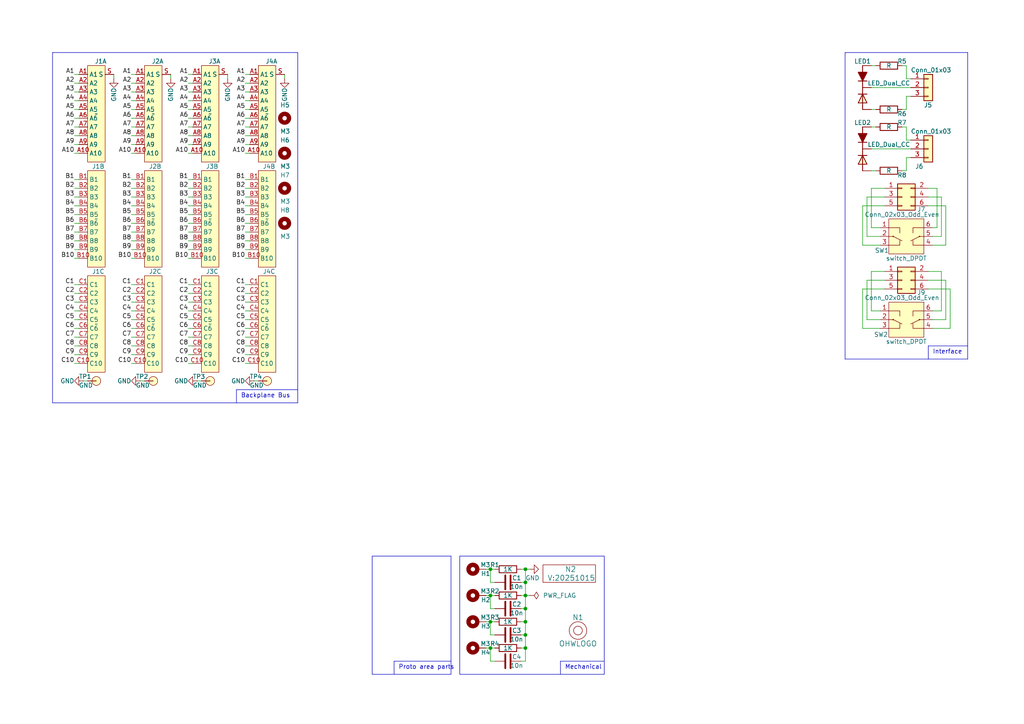
<source format=kicad_sch>
(kicad_sch (version 20250114) (generator "eeschema") (generator_version "9.0")
  (paper "A4")
  (lib_symbols
    (symbol "Connector_Generic:Conn_01x03" (pin_names (offset 1.016) (hide yes))
      (property "Reference" "J" (at 0 5.08 0))
      (property "Value" "Conn_01x03" (at 0 -5.08 0))
      (symbol "Conn_01x03_1_1"
        (rectangle (start -1.27 3.81) (end 1.27 -3.81) (stroke (width 0.254)) (fill (type background)))
        (rectangle (start -1.27 2.667) (end 0 2.413) (stroke (width 0.1524)))
        (rectangle (start -1.27 0.127) (end 0 -0.127) (stroke (width 0.1524)))
        (rectangle (start -1.27 -2.413) (end 0 -2.667) (stroke (width 0.1524)))
        (pin passive line (at -5.08 2.54 0) (length 3.81) (name "Pin_1") (number "1"))
        (pin passive line (at -5.08 0 0) (length 3.81) (name "Pin_2") (number "2"))
        (pin passive line (at -5.08 -2.54 0) (length 3.81) (name "Pin_3") (number "3"))
      )
    )
    (symbol "Connector_Generic:Conn_02x03_Odd_Even" (pin_names (offset 1.016) (hide yes))
      (property "Reference" "J" (at 1.27 5.08 0))
      (property "Value" "Conn_02x03_Odd_Even" (at 1.27 -5.08 0))
      (symbol "Conn_02x03_Odd_Even_1_1"
        (rectangle (start -1.27 3.81) (end 3.81 -3.81) (stroke (width 0.254)) (fill (type background)))
        (rectangle (start -1.27 2.667) (end 0 2.413) (stroke (width 0.1524)))
        (rectangle (start -1.27 0.127) (end 0 -0.127) (stroke (width 0.1524)))
        (rectangle (start -1.27 -2.413) (end 0 -2.667) (stroke (width 0.1524)))
        (rectangle (start 3.81 2.667) (end 2.54 2.413) (stroke (width 0.1524)))
        (rectangle (start 3.81 0.127) (end 2.54 -0.127) (stroke (width 0.1524)))
        (rectangle (start 3.81 -2.413) (end 2.54 -2.667) (stroke (width 0.1524)))
        (pin passive line (at -5.08 2.54 0) (length 3.81) (name "Pin_1") (number "1"))
        (pin passive line (at -5.08 0 0) (length 3.81) (name "Pin_3") (number "3"))
        (pin passive line (at -5.08 -2.54 0) (length 3.81) (name "Pin_5") (number "5"))
        (pin passive line (at 7.62 2.54 180) (length 3.81) (name "Pin_2") (number "2"))
        (pin passive line (at 7.62 0 180) (length 3.81) (name "Pin_4") (number "4"))
        (pin passive line (at 7.62 -2.54 180) (length 3.81) (name "Pin_6") (number "6"))
      )
    )
    (symbol "Device:C" (pin_numbers (hide yes)) (pin_names (offset 0.254))
      (property "Reference" "C" (at 0.635 2.54 0))
      (property "Value" "C" (at 0.635 -2.54 0))
      (symbol "C_0_1"
        (polyline (pts (xy -2.032 0.762) (xy 2.032 0.762)) (stroke (width 0.508)))
        (polyline (pts (xy -2.032 -0.762) (xy 2.032 -0.762)) (stroke (width 0.508)))
      )
      (symbol "C_1_1"
        (pin passive line (at 0 3.81 270) (length 2.794) (name "~") (number "1"))
        (pin passive line (at 0 -3.81 90) (length 2.794) (name "~") (number "2"))
      )
    )
    (symbol "Device:R" (pin_numbers (hide yes)) (pin_names (offset 0))
      (property "Reference" "R" (at 2.032 0 90))
      (property "Value" "R" (at 0 0 90))
      (symbol "R_0_1"
        (rectangle (start -1.016 -2.54) (end 1.016 2.54) (stroke (width 0.254)))
      )
      (symbol "R_1_1"
        (pin passive line (at 0 3.81 270) (length 1.27) (name "~") (number "1"))
        (pin passive line (at 0 -3.81 90) (length 1.27) (name "~") (number "2"))
      )
    )
    (symbol "Mechanical:MountingHole" (pin_names (offset 1.016))
      (property "Reference" "H" (at 0 5.08 0))
      (property "Value" "MountingHole" (at 0 3.175 0))
      (symbol "MountingHole_0_1"
        (circle (center 0 0) (radius 1.27) (stroke (width 1.27)))
      )
    )
    (symbol "Mechanical:MountingHole_Pad" (pin_numbers (hide yes)) (pin_names (offset 1.016) (hide yes))
      (property "Reference" "H" (at 0 6.35 0))
      (property "Value" "MountingHole_Pad" (at 0 4.445 0))
      (symbol "MountingHole_Pad_0_1"
        (circle (center 0 1.27) (radius 1.27) (stroke (width 1.27)))
      )
      (symbol "MountingHole_Pad_1_1"
        (pin input line (at 0 -2.54 90) (length 2.54) (name "1") (number "1"))
      )
    )
    (symbol "SquantorConnectors:DIN41612_03x10_ABC_screws"
      (property "Reference" "J" (at 0 15.24 0))
      (symbol "DIN41612_03x10_ABC_screws_1_1"
        (rectangle (start -2.54 13.97) (end 2.54 -13.97) (fill (type background)))
        (pin passive line (at -5.08 11.43 0) (length 2.54) (name "A1") (number "A1"))
        (pin passive line (at -5.08 8.89 0) (length 2.54) (name "A2") (number "A2"))
        (pin passive line (at -5.08 6.35 0) (length 2.54) (name "A3") (number "A3"))
        (pin passive line (at -5.08 3.81 0) (length 2.54) (name "A4") (number "A4"))
        (pin passive line (at -5.08 1.27 0) (length 2.54) (name "A5") (number "A5"))
        (pin passive line (at -5.08 -1.27 0) (length 2.54) (name "A6") (number "A6"))
        (pin passive line (at -5.08 -3.81 0) (length 2.54) (name "A7") (number "A7"))
        (pin passive line (at -5.08 -6.35 0) (length 2.54) (name "A8") (number "A8"))
        (pin passive line (at -5.08 -8.89 0) (length 2.54) (name "A9") (number "A9"))
        (pin passive line (at -5.08 -11.43 0) (length 2.54) (name "A10") (number "A10"))
        (pin passive line (at 5.08 11.43 180) (length 2.54) (name "S") (number "S"))
      )
      (symbol "DIN41612_03x10_ABC_screws_2_1"
        (rectangle (start -2.54 13.97) (end 2.54 -13.97) (fill (type background)))
        (pin passive line (at -5.08 11.43 0) (length 2.54) (name "B1") (number "B1"))
        (pin passive line (at -5.08 8.89 0) (length 2.54) (name "B2") (number "B2"))
        (pin passive line (at -5.08 6.35 0) (length 2.54) (name "B3") (number "B3"))
        (pin passive line (at -5.08 3.81 0) (length 2.54) (name "B4") (number "B4"))
        (pin passive line (at -5.08 1.27 0) (length 2.54) (name "B5") (number "B5"))
        (pin passive line (at -5.08 -1.27 0) (length 2.54) (name "B6") (number "B6"))
        (pin passive line (at -5.08 -3.81 0) (length 2.54) (name "B7") (number "B7"))
        (pin passive line (at -5.08 -6.35 0) (length 2.54) (name "B8") (number "B8"))
        (pin passive line (at -5.08 -8.89 0) (length 2.54) (name "B9") (number "B9"))
        (pin passive line (at -5.08 -11.43 0) (length 2.54) (name "B10") (number "B10"))
      )
      (symbol "DIN41612_03x10_ABC_screws_3_1"
        (rectangle (start -2.54 13.97) (end 2.54 -13.97) (fill (type background)))
        (pin passive line (at -5.08 11.43 0) (length 2.54) (name "C1") (number "C1"))
        (pin passive line (at -5.08 8.89 0) (length 2.54) (name "C2") (number "C2"))
        (pin passive line (at -5.08 6.35 0) (length 2.54) (name "C3") (number "C3"))
        (pin passive line (at -5.08 3.81 0) (length 2.54) (name "C4") (number "C4"))
        (pin passive line (at -5.08 1.27 0) (length 2.54) (name "C5") (number "C5"))
        (pin passive line (at -5.08 -1.27 0) (length 2.54) (name "C6") (number "C6"))
        (pin passive line (at -5.08 -3.81 0) (length 2.54) (name "C7") (number "C7"))
        (pin passive line (at -5.08 -6.35 0) (length 2.54) (name "C8") (number "C8"))
        (pin passive line (at -5.08 -8.89 0) (length 2.54) (name "C9") (number "C9"))
        (pin passive line (at -5.08 -11.43 0) (length 2.54) (name "C10") (number "C10"))
      )
    )
    (symbol "SquantorDevice:LED_Dual_CC" (pin_numbers (hide yes)) (pin_names (hide yes))
      (property "Reference" "LED" (at 0 8.89 0))
      (property "Value" "LED_Dual_CC" (at 0 -8.89 0))
      (symbol "LED_Dual_CC_0_1"
        (polyline (pts (xy -1.27 1.905) (xy 1.27 1.905)) (stroke (width 0.254)))
        (polyline (pts (xy -1.27 -1.905) (xy 1.27 -1.905)) (stroke (width 0.254)))
        (polyline (pts (xy 0 6.35) (xy 0 -6.35)) (stroke (width 0.254)))
        (polyline (pts (xy 0 1.905) (xy 1.27 4.445) (xy -1.27 4.445) (xy 0 1.905)) (stroke (width 0.254)) (fill (type outline)))
        (polyline (pts (xy 0 -1.905) (xy -1.27 -4.445) (xy 1.27 -4.445) (xy 0 -1.905)) (stroke (width 0.254)) (fill (type background)))
      )
      (symbol "LED_Dual_CC_1_1"
        (pin passive line (at -2.54 6.35 0) (length 2.54) (name "A1") (number "1"))
        (pin passive line (at -2.54 0 0) (length 2.54) (name "C") (number "2"))
        (pin passive line (at -2.54 -6.35 0) (length 2.54) (name "A2") (number "3"))
      )
    )
    (symbol "SquantorLabels:OHWLOGO" (pin_names (offset 1.016))
      (property "Reference" "N" (at 0 3.81 0))
      (property "Value" "OHWLOGO" (at 0 -3.81 0))
      (symbol "OHWLOGO_0_1"
        (circle (center 0 0) (radius 1.27))
        (circle (center 0 0) (radius 2.54))
      )
    )
    (symbol "SquantorLabels:VYYYYMMDD" (pin_names (offset 1.016))
      (property "Reference" "N" (at 0 2.54 0))
      (property "Value" "VYYYYMMDD" (at 0 0 0))
      (symbol "VYYYYMMDD_0_1"
        (rectangle (start 7.62 -1.27) (end -7.62 3.81))
      )
    )
    (symbol "SquantorProto:testpad" (pin_numbers (hide yes)) (pin_names (offset 1.016) (hide yes))
      (property "Reference" "TP" (at 0 2.54 0))
      (property "Value" "testpad" (at 0 -2.54 0))
      (symbol "testpad_0_1"
        (circle (center 0 0) (radius 1.27) (fill (type background)))
      )
      (symbol "testpad_1_1"
        (pin passive line (at -2.54 0 0) (length 2.54) (name "1") (number "1"))
      )
    )
    (symbol "SquantorSwitches:switch_DPDT" (pin_names (hide yes))
      (property "Reference" "SW" (at 0 6.35 0))
      (property "Value" "switch_DPDT" (at 0 -6.35 0))
      (symbol "switch_DPDT_0_1"
        (rectangle (start -5.08 5.08) (end 5.08 -5.08) (fill (type background)))
        (polyline (pts (xy -5.08 2.54) (xy -1.905 2.54) (xy -1.905 1.016)))
        (polyline (pts (xy -5.08 0) (xy -3.81 0) (xy -1.27 -1.27)))
        (polyline (pts (xy -5.08 -2.54) (xy -1.905 -2.54) (xy -1.905 -1.143)))
        (circle (center -3.81 0) (radius 0.127))
        (circle (center 3.81 0) (radius 0.127))
        (polyline (pts (xy 4.445 5.08) (xy 4.445 5.08)))
        (rectangle (start 5.08 5.08) (end 5.08 5.08) (fill (type background)))
        (polyline (pts (xy 5.08 2.54) (xy 1.905 2.54) (xy 1.905 1.016)))
        (polyline (pts (xy 5.08 0) (xy 3.81 0) (xy 1.27 -1.27)))
        (polyline (pts (xy 5.08 -2.54) (xy 1.905 -2.54) (xy 1.905 -1.143)))
      )
      (symbol "switch_DPDT_1_1"
        (pin passive line (at -7.62 2.54 0) (length 2.54) (name "SW1_P1") (number "1"))
        (pin passive line (at -7.62 0 0) (length 2.54) (name "SW1_C1") (number "2"))
        (pin passive line (at -7.62 -2.54 0) (length 2.54) (name "SW1_P2") (number "3"))
        (pin passive line (at 7.62 2.54 180) (length 2.54) (name "SW2_P2") (number "6"))
        (pin passive line (at 7.62 0 180) (length 2.54) (name "SW2_C1") (number "5"))
        (pin passive line (at 7.62 -2.54 180) (length 2.54) (name "SW2_P2") (number "4"))
      )
    )
    (symbol "power:GND" (power) (pin_numbers (hide yes)) (pin_names (offset 0) (hide yes))
      (property "Value" "GND" (at 0 -3.81 0))
      (symbol "GND_0_1"
        (polyline (pts (xy 0 0) (xy 0 -1.27) (xy 1.27 -1.27) (xy 0 -2.54) (xy -1.27 -1.27) (xy 0 -1.27)))
      )
      (symbol "GND_1_1"
        (pin power_in line (at 0 0 270) (length 0) (name "~") (number "1"))
      )
    )
    (symbol "power:PWR_FLAG" (power) (pin_numbers (hide yes)) (pin_names (offset 0) (hide yes))
      (property "Value" "PWR_FLAG" (at 0 3.81 0))
      (symbol "PWR_FLAG_0_0"
        (pin power_out line (at 0 0 90) (length 0) (name "pwr") (number "1"))
      )
      (symbol "PWR_FLAG_0_1"
        (polyline (pts (xy 0 0) (xy 0 1.27) (xy -1.016 1.905) (xy 0 2.54) (xy 1.016 1.905) (xy 0 1.27)))
      )
    )
  )
  (text "Proto area parts" (at 115.57 194.31 0) (effects (font (size 1.27 1.27)) (justify left bottom)))
  (text "Mechanical" (at 163.83 194.31 0) (effects (font (size 1.27 1.27)) (justify left bottom)))
  (text "Interface" (at 270.51 102.87 0) (effects (font (size 1.27 1.27)) (justify left bottom)))
  (text "Backplane Bus" (at 69.85 115.57 0) (effects (font (size 1.27 1.27)) (justify left bottom)))
  (junction (at 152.4 172.72))
  (junction (at 142.24 165.1))
  (junction (at 152.4 187.96))
  (junction (at 142.24 187.96))
  (junction (at 142.24 180.34))
  (junction (at 152.4 180.34))
  (junction (at 152.4 165.1))
  (junction (at 152.4 168.91))
  (junction (at 152.4 184.15))
  (junction (at 152.4 176.53))
  (junction (at 142.24 172.72))
  (wire (pts (xy 38.1 100.33) (xy 39.37 100.33)))
  (wire (pts (xy 71.12 24.13) (xy 72.39 24.13)))
  (wire (pts (xy 252.73 49.53) (xy 254 49.53)))
  (wire (pts (xy 152.4 172.72) (xy 152.4 176.53)))
  (wire (pts (xy 71.12 102.87) (xy 72.39 102.87)))
  (wire (pts (xy 54.61 69.85) (xy 55.88 69.85)))
  (wire (pts (xy 54.61 95.25) (xy 55.88 95.25)))
  (wire (pts (xy 255.27 71.12) (xy 250.19 71.12)))
  (wire (pts (xy 262.89 49.53) (xy 262.89 45.72)))
  (polyline (pts (xy 86.36 113.03) (xy 68.58 113.03)))
  (wire (pts (xy 71.12 59.69) (xy 72.39 59.69)))
  (wire (pts (xy 38.1 29.21) (xy 39.37 29.21)))
  (wire (pts (xy 71.12 87.63) (xy 72.39 87.63)))
  (wire (pts (xy 71.12 34.29) (xy 72.39 34.29)))
  (wire (pts (xy 71.12 105.41) (xy 72.39 105.41)))
  (wire (pts (xy 262.89 36.83) (xy 261.62 36.83)))
  (wire (pts (xy 71.12 57.15) (xy 72.39 57.15)))
  (wire (pts (xy 38.1 72.39) (xy 39.37 72.39)))
  (wire (pts (xy 38.1 21.59) (xy 39.37 21.59)))
  (wire (pts (xy 49.53 21.59) (xy 49.53 22.86)))
  (polyline (pts (xy 269.24 100.33) (xy 269.24 104.14)))
  (wire (pts (xy 54.61 62.23) (xy 55.88 62.23)))
  (wire (pts (xy 54.61 64.77) (xy 55.88 64.77)))
  (wire (pts (xy 38.1 64.77) (xy 39.37 64.77)))
  (wire (pts (xy 71.12 90.17) (xy 72.39 90.17)))
  (polyline (pts (xy 162.56 195.58) (xy 162.56 191.77)))
  (polyline (pts (xy 114.3 191.77) (xy 114.3 195.58)))
  (wire (pts (xy 21.59 85.09) (xy 22.86 85.09)))
  (wire (pts (xy 21.59 21.59) (xy 22.86 21.59)))
  (wire (pts (xy 142.24 180.34) (xy 143.51 180.34)))
  (wire (pts (xy 151.13 184.15) (xy 152.4 184.15)))
  (wire (pts (xy 21.59 82.55) (xy 22.86 82.55)))
  (wire (pts (xy 21.59 59.69) (xy 22.86 59.69)))
  (wire (pts (xy 271.78 66.04) (xy 271.78 54.61)))
  (wire (pts (xy 269.24 57.15) (xy 273.05 57.15)))
  (polyline (pts (xy 280.67 104.14) (xy 280.67 15.24)))
  (wire (pts (xy 274.32 81.28) (xy 269.24 81.28)))
  (wire (pts (xy 262.89 31.75) (xy 262.89 27.94)))
  (wire (pts (xy 21.59 41.91) (xy 22.86 41.91)))
  (wire (pts (xy 21.59 100.33) (xy 22.86 100.33)))
  (wire (pts (xy 262.89 45.72) (xy 264.16 45.72)))
  (wire (pts (xy 143.51 168.91) (xy 142.24 168.91)))
  (wire (pts (xy 255.27 66.04) (xy 252.73 66.04)))
  (wire (pts (xy 21.59 31.75) (xy 22.86 31.75)))
  (wire (pts (xy 71.12 92.71) (xy 72.39 92.71)))
  (wire (pts (xy 152.4 172.72) (xy 153.67 172.72)))
  (wire (pts (xy 270.51 71.12) (xy 274.32 71.12)))
  (wire (pts (xy 71.12 69.85) (xy 72.39 69.85)))
  (wire (pts (xy 54.61 31.75) (xy 55.88 31.75)))
  (wire (pts (xy 71.12 36.83) (xy 72.39 36.83)))
  (wire (pts (xy 38.1 52.07) (xy 39.37 52.07)))
  (wire (pts (xy 71.12 64.77) (xy 72.39 64.77)))
  (polyline (pts (xy 175.26 195.58) (xy 175.26 161.29)))
  (wire (pts (xy 152.4 176.53) (xy 152.4 180.34)))
  (wire (pts (xy 71.12 95.25) (xy 72.39 95.25)))
  (wire (pts (xy 252.73 25.4) (xy 264.16 25.4)))
  (wire (pts (xy 142.24 191.77) (xy 142.24 187.96)))
  (wire (pts (xy 21.59 72.39) (xy 22.86 72.39)))
  (wire (pts (xy 262.89 22.86) (xy 262.89 19.05)))
  (wire (pts (xy 274.32 92.71) (xy 274.32 81.28)))
  (wire (pts (xy 54.61 26.67) (xy 55.88 26.67)))
  (wire (pts (xy 21.59 90.17) (xy 22.86 90.17)))
  (wire (pts (xy 142.24 165.1) (xy 143.51 165.1)))
  (wire (pts (xy 143.51 176.53) (xy 142.24 176.53)))
  (wire (pts (xy 251.46 68.58) (xy 251.46 57.15)))
  (wire (pts (xy 71.12 85.09) (xy 72.39 85.09)))
  (wire (pts (xy 38.1 39.37) (xy 39.37 39.37)))
  (wire (pts (xy 21.59 87.63) (xy 22.86 87.63)))
  (wire (pts (xy 71.12 44.45) (xy 72.39 44.45)))
  (wire (pts (xy 270.51 95.25) (xy 275.59 95.25)))
  (wire (pts (xy 21.59 62.23) (xy 22.86 62.23)))
  (wire (pts (xy 38.1 59.69) (xy 39.37 59.69)))
  (wire (pts (xy 71.12 100.33) (xy 72.39 100.33)))
  (wire (pts (xy 38.1 62.23) (xy 39.37 62.23)))
  (wire (pts (xy 54.61 54.61) (xy 55.88 54.61)))
  (wire (pts (xy 269.24 59.69) (xy 274.32 59.69)))
  (wire (pts (xy 38.1 54.61) (xy 39.37 54.61)))
  (wire (pts (xy 54.61 90.17) (xy 55.88 90.17)))
  (wire (pts (xy 251.46 81.28) (xy 256.54 81.28)))
  (wire (pts (xy 54.61 102.87) (xy 55.88 102.87)))
  (wire (pts (xy 142.24 184.15) (xy 143.51 184.15)))
  (wire (pts (xy 71.12 31.75) (xy 72.39 31.75)))
  (wire (pts (xy 38.1 36.83) (xy 39.37 36.83)))
  (wire (pts (xy 250.19 71.12) (xy 250.19 59.69)))
  (wire (pts (xy 38.1 95.25) (xy 39.37 95.25)))
  (wire (pts (xy 38.1 67.31) (xy 39.37 67.31)))
  (wire (pts (xy 38.1 102.87) (xy 39.37 102.87)))
  (wire (pts (xy 66.04 21.59) (xy 66.04 22.86)))
  (wire (pts (xy 250.19 95.25) (xy 250.19 83.82)))
  (wire (pts (xy 54.61 74.93) (xy 55.88 74.93)))
  (wire (pts (xy 252.73 36.83) (xy 254 36.83)))
  (wire (pts (xy 273.05 90.17) (xy 273.05 78.74)))
  (wire (pts (xy 21.59 52.07) (xy 22.86 52.07)))
  (wire (pts (xy 252.73 19.05) (xy 254 19.05)))
  (wire (pts (xy 54.61 72.39) (xy 55.88 72.39)))
  (wire (pts (xy 142.24 172.72) (xy 142.24 176.53)))
  (wire (pts (xy 71.12 82.55) (xy 72.39 82.55)))
  (wire (pts (xy 54.61 29.21) (xy 55.88 29.21)))
  (wire (pts (xy 255.27 92.71) (xy 251.46 92.71)))
  (polyline (pts (xy 130.81 195.58) (xy 107.95 195.58)))
  (wire (pts (xy 71.12 26.67) (xy 72.39 26.67)))
  (wire (pts (xy 73.66 110.49) (xy 74.93 110.49)))
  (wire (pts (xy 21.59 67.31) (xy 22.86 67.31)))
  (wire (pts (xy 21.59 95.25) (xy 22.86 95.25)))
  (wire (pts (xy 151.13 187.96) (xy 152.4 187.96)))
  (wire (pts (xy 152.4 187.96) (xy 152.4 191.77)))
  (wire (pts (xy 54.61 36.83) (xy 55.88 36.83)))
  (wire (pts (xy 152.4 168.91) (xy 152.4 165.1)))
  (wire (pts (xy 54.61 85.09) (xy 55.88 85.09)))
  (wire (pts (xy 142.24 172.72) (xy 143.51 172.72)))
  (wire (pts (xy 40.64 110.49) (xy 41.91 110.49)))
  (wire (pts (xy 38.1 34.29) (xy 39.37 34.29)))
  (wire (pts (xy 142.24 187.96) (xy 143.51 187.96)))
  (wire (pts (xy 21.59 44.45) (xy 22.86 44.45)))
  (polyline (pts (xy 162.56 191.77) (xy 175.26 191.77)))
  (wire (pts (xy 57.15 110.49) (xy 58.42 110.49)))
  (wire (pts (xy 264.16 40.64) (xy 262.89 40.64)))
  (wire (pts (xy 270.51 92.71) (xy 274.32 92.71)))
  (wire (pts (xy 264.16 22.86) (xy 262.89 22.86)))
  (wire (pts (xy 262.89 27.94) (xy 264.16 27.94)))
  (wire (pts (xy 38.1 24.13) (xy 39.37 24.13)))
  (wire (pts (xy 252.73 90.17) (xy 252.73 78.74)))
  (wire (pts (xy 38.1 41.91) (xy 39.37 41.91)))
  (polyline (pts (xy 245.11 104.14) (xy 280.67 104.14)))
  (wire (pts (xy 21.59 26.67) (xy 22.86 26.67)))
  (wire (pts (xy 262.89 19.05) (xy 261.62 19.05)))
  (wire (pts (xy 21.59 54.61) (xy 22.86 54.61)))
  (wire (pts (xy 71.12 67.31) (xy 72.39 67.31)))
  (wire (pts (xy 71.12 74.93) (xy 72.39 74.93)))
  (wire (pts (xy 38.1 85.09) (xy 39.37 85.09)))
  (wire (pts (xy 54.61 21.59) (xy 55.88 21.59)))
  (wire (pts (xy 54.61 97.79) (xy 55.88 97.79)))
  (wire (pts (xy 54.61 82.55) (xy 55.88 82.55)))
  (wire (pts (xy 151.13 172.72) (xy 152.4 172.72)))
  (wire (pts (xy 275.59 83.82) (xy 269.24 83.82)))
  (wire (pts (xy 38.1 31.75) (xy 39.37 31.75)))
  (wire (pts (xy 252.73 31.75) (xy 254 31.75)))
  (wire (pts (xy 142.24 168.91) (xy 142.24 165.1)))
  (wire (pts (xy 152.4 184.15) (xy 152.4 187.96)))
  (polyline (pts (xy 15.24 15.24) (xy 15.24 116.84)))
  (wire (pts (xy 21.59 24.13) (xy 22.86 24.13)))
  (polyline (pts (xy 133.35 161.29) (xy 133.35 195.58)))
  (wire (pts (xy 54.61 100.33) (xy 55.88 100.33)))
  (wire (pts (xy 71.12 54.61) (xy 72.39 54.61)))
  (wire (pts (xy 142.24 180.34) (xy 142.24 184.15)))
  (wire (pts (xy 140.97 187.96) (xy 142.24 187.96)))
  (wire (pts (xy 270.51 90.17) (xy 273.05 90.17)))
  (wire (pts (xy 152.4 191.77) (xy 151.13 191.77)))
  (wire (pts (xy 38.1 57.15) (xy 39.37 57.15)))
  (wire (pts (xy 71.12 72.39) (xy 72.39 72.39)))
  (wire (pts (xy 21.59 97.79) (xy 22.86 97.79)))
  (wire (pts (xy 273.05 68.58) (xy 273.05 57.15)))
  (polyline (pts (xy 280.67 100.33) (xy 269.24 100.33)))
  (wire (pts (xy 262.89 40.64) (xy 262.89 36.83)))
  (wire (pts (xy 151.13 176.53) (xy 152.4 176.53)))
  (polyline (pts (xy 86.36 15.24) (xy 86.36 116.84)))
  (wire (pts (xy 21.59 105.41) (xy 22.86 105.41)))
  (wire (pts (xy 33.02 21.59) (xy 33.02 22.86)))
  (wire (pts (xy 71.12 29.21) (xy 72.39 29.21)))
  (wire (pts (xy 38.1 44.45) (xy 39.37 44.45)))
  (wire (pts (xy 143.51 191.77) (xy 142.24 191.77)))
  (wire (pts (xy 21.59 34.29) (xy 22.86 34.29)))
  (wire (pts (xy 38.1 26.67) (xy 39.37 26.67)))
  (polyline (pts (xy 15.24 15.24) (xy 86.36 15.24)))
  (wire (pts (xy 54.61 57.15) (xy 55.88 57.15)))
  (wire (pts (xy 275.59 95.25) (xy 275.59 83.82)))
  (wire (pts (xy 140.97 165.1) (xy 142.24 165.1)))
  (polyline (pts (xy 130.81 191.77) (xy 114.3 191.77)))
  (wire (pts (xy 21.59 39.37) (xy 22.86 39.37)))
  (wire (pts (xy 251.46 92.71) (xy 251.46 81.28)))
  (wire (pts (xy 270.51 66.04) (xy 271.78 66.04)))
  (wire (pts (xy 252.73 66.04) (xy 252.73 54.61)))
  (polyline (pts (xy 107.95 195.58) (xy 107.95 161.29)))
  (wire (pts (xy 21.59 57.15) (xy 22.86 57.15)))
  (polyline (pts (xy 175.26 161.29) (xy 133.35 161.29)))
  (wire (pts (xy 152.4 168.91) (xy 152.4 172.72)))
  (wire (pts (xy 21.59 36.83) (xy 22.86 36.83)))
  (wire (pts (xy 140.97 172.72) (xy 142.24 172.72)))
  (polyline (pts (xy 107.95 161.29) (xy 130.81 161.29)))
  (wire (pts (xy 38.1 82.55) (xy 39.37 82.55)))
  (polyline (pts (xy 245.11 15.24) (xy 245.11 104.14)))
  (wire (pts (xy 252.73 78.74) (xy 256.54 78.74)))
  (wire (pts (xy 38.1 69.85) (xy 39.37 69.85)))
  (wire (pts (xy 273.05 78.74) (xy 269.24 78.74)))
  (wire (pts (xy 71.12 21.59) (xy 72.39 21.59)))
  (wire (pts (xy 54.61 67.31) (xy 55.88 67.31)))
  (wire (pts (xy 71.12 62.23) (xy 72.39 62.23)))
  (wire (pts (xy 82.55 21.59) (xy 82.55 22.86)))
  (wire (pts (xy 250.19 59.69) (xy 256.54 59.69)))
  (wire (pts (xy 54.61 92.71) (xy 55.88 92.71)))
  (wire (pts (xy 71.12 39.37) (xy 72.39 39.37)))
  (wire (pts (xy 21.59 102.87) (xy 22.86 102.87)))
  (wire (pts (xy 152.4 165.1) (xy 153.67 165.1)))
  (wire (pts (xy 54.61 44.45) (xy 55.88 44.45)))
  (wire (pts (xy 270.51 68.58) (xy 273.05 68.58)))
  (wire (pts (xy 71.12 41.91) (xy 72.39 41.91)))
  (wire (pts (xy 250.19 83.82) (xy 256.54 83.82)))
  (polyline (pts (xy 68.58 113.03) (xy 68.58 116.84)))
  (wire (pts (xy 252.73 54.61) (xy 256.54 54.61)))
  (wire (pts (xy 251.46 57.15) (xy 256.54 57.15)))
  (wire (pts (xy 38.1 97.79) (xy 39.37 97.79)))
  (wire (pts (xy 261.62 49.53) (xy 262.89 49.53)))
  (wire (pts (xy 250.19 95.25) (xy 255.27 95.25)))
  (wire (pts (xy 54.61 52.07) (xy 55.88 52.07)))
  (wire (pts (xy 38.1 92.71) (xy 39.37 92.71)))
  (wire (pts (xy 54.61 41.91) (xy 55.88 41.91)))
  (wire (pts (xy 38.1 105.41) (xy 39.37 105.41)))
  (polyline (pts (xy 133.35 195.58) (xy 175.26 195.58)))
  (wire (pts (xy 152.4 180.34) (xy 152.4 184.15)))
  (wire (pts (xy 21.59 29.21) (xy 22.86 29.21)))
  (wire (pts (xy 38.1 90.17) (xy 39.37 90.17)))
  (wire (pts (xy 261.62 31.75) (xy 262.89 31.75)))
  (wire (pts (xy 24.13 110.49) (xy 25.4 110.49)))
  (wire (pts (xy 252.73 43.18) (xy 264.16 43.18)))
  (wire (pts (xy 140.97 180.34) (xy 142.24 180.34)))
  (wire (pts (xy 21.59 69.85) (xy 22.86 69.85)))
  (wire (pts (xy 269.24 54.61) (xy 271.78 54.61)))
  (wire (pts (xy 151.13 180.34) (xy 152.4 180.34)))
  (wire (pts (xy 38.1 74.93) (xy 39.37 74.93)))
  (wire (pts (xy 151.13 168.91) (xy 152.4 168.91)))
  (wire (pts (xy 21.59 74.93) (xy 22.86 74.93)))
  (wire (pts (xy 255.27 68.58) (xy 251.46 68.58)))
  (wire (pts (xy 54.61 59.69) (xy 55.88 59.69)))
  (polyline (pts (xy 280.67 15.24) (xy 245.11 15.24)))
  (wire (pts (xy 54.61 39.37) (xy 55.88 39.37)))
  (wire (pts (xy 21.59 64.77) (xy 22.86 64.77)))
  (wire (pts (xy 54.61 24.13) (xy 55.88 24.13)))
  (polyline (pts (xy 86.36 116.84) (xy 15.24 116.84)))
  (wire (pts (xy 38.1 87.63) (xy 39.37 87.63)))
  (polyline (pts (xy 130.81 161.29) (xy 130.81 195.58)))
  (wire (pts (xy 274.32 71.12) (xy 274.32 59.69)))
  (wire (pts (xy 21.59 92.71) (xy 22.86 92.71)))
  (wire (pts (xy 54.61 105.41) (xy 55.88 105.41)))
  (wire (pts (xy 151.13 165.1) (xy 152.4 165.1)))
  (wire (pts (xy 71.12 97.79) (xy 72.39 97.79)))
  (wire (pts (xy 54.61 87.63) (xy 55.88 87.63)))
  (wire (pts (xy 54.61 34.29) (xy 55.88 34.29)))
  (wire (pts (xy 255.27 90.17) (xy 252.73 90.17)))
  (wire (pts (xy 71.12 52.07) (xy 72.39 52.07)))
  (label "B5" (at 71.12 62.23 180))
  (label "A10" (at 21.59 44.45 180))
  (label "B1" (at 71.12 52.07 180))
  (label "B8" (at 21.59 69.85 180))
  (label "A10" (at 38.1 44.45 180))
  (label "B8" (at 38.1 69.85 180))
  (label "B1" (at 21.59 52.07 180))
  (label "C10" (at 21.59 105.41 180))
  (label "C2" (at 71.12 85.09 180))
  (label "B2" (at 71.12 54.61 180))
  (label "A1" (at 21.59 21.59 180))
  (label "C2" (at 38.1 85.09 180))
  (label "C2" (at 54.61 85.09 180))
  (label "A4" (at 21.59 29.21 180))
  (label "A9" (at 21.59 41.91 180))
  (label "B3" (at 38.1 57.15 180))
  (label "C8" (at 38.1 100.33 180))
  (label "B3" (at 21.59 57.15 180))
  (label "A3" (at 71.12 26.67 180))
  (label "C8" (at 54.61 100.33 180))
  (label "C5" (at 71.12 92.71 180))
  (label "A3" (at 54.61 26.67 180))
  (label "A2" (at 54.61 24.13 180))
  (label "C3" (at 54.61 87.63 180))
  (label "A6" (at 21.59 34.29 180))
  (label "C1" (at 21.59 82.55 180))
  (label "B4" (at 38.1 59.69 180))
  (label "C4" (at 38.1 90.17 180))
  (label "C10" (at 71.12 105.41 180))
  (label "C3" (at 38.1 87.63 180))
  (label "C5" (at 38.1 92.71 180))
  (label "B10" (at 21.59 74.93 180))
  (label "C10" (at 54.61 105.41 180))
  (label "A4" (at 54.61 29.21 180))
  (label "A1" (at 71.12 21.59 180))
  (label "A5" (at 71.12 31.75 180))
  (label "A6" (at 71.12 34.29 180))
  (label "A3" (at 38.1 26.67 180))
  (label "C7" (at 71.12 97.79 180))
  (label "C9" (at 71.12 102.87 180))
  (label "C3" (at 71.12 87.63 180))
  (label "C5" (at 54.61 92.71 180))
  (label "A3" (at 21.59 26.67 180))
  (label "A2" (at 38.1 24.13 180))
  (label "B5" (at 38.1 62.23 180))
  (label "A2" (at 71.12 24.13 180))
  (label "B2" (at 38.1 54.61 180))
  (label "B8" (at 71.12 69.85 180))
  (label "C9" (at 38.1 102.87 180))
  (label "A9" (at 71.12 41.91 180))
  (label "C2" (at 21.59 85.09 180))
  (label "A5" (at 21.59 31.75 180))
  (label "C1" (at 71.12 82.55 180))
  (label "B9" (at 71.12 72.39 180))
  (label "A5" (at 38.1 31.75 180))
  (label "C6" (at 21.59 95.25 180))
  (label "A6" (at 38.1 34.29 180))
  (label "B10" (at 71.12 74.93 180))
  (label "B2" (at 54.61 54.61 180))
  (label "B1" (at 38.1 52.07 180))
  (label "B7" (at 54.61 67.31 180))
  (label "B6" (at 71.12 64.77 180))
  (label "A6" (at 54.61 34.29 180))
  (label "C9" (at 54.61 102.87 180))
  (label "B4" (at 71.12 59.69 180))
  (label "B5" (at 54.61 62.23 180))
  (label "A7" (at 38.1 36.83 180))
  (label "C9" (at 21.59 102.87 180))
  (label "C8" (at 21.59 100.33 180))
  (label "C4" (at 21.59 90.17 180))
  (label "C1" (at 38.1 82.55 180))
  (label "A2" (at 21.59 24.13 180))
  (label "C10" (at 38.1 105.41 180))
  (label "A8" (at 71.12 39.37 180))
  (label "B7" (at 38.1 67.31 180))
  (label "C6" (at 54.61 95.25 180))
  (label "B2" (at 21.59 54.61 180))
  (label "A7" (at 71.12 36.83 180))
  (label "A10" (at 54.61 44.45 180))
  (label "B3" (at 71.12 57.15 180))
  (label "B6" (at 21.59 64.77 180))
  (label "A4" (at 38.1 29.21 180))
  (label "A8" (at 54.61 39.37 180))
  (label "A9" (at 38.1 41.91 180))
  (label "C4" (at 71.12 90.17 180))
  (label "B8" (at 54.61 69.85 180))
  (label "B10" (at 54.61 74.93 180))
  (label "A1" (at 38.1 21.59 180))
  (label "B6" (at 54.61 64.77 180))
  (label "C5" (at 21.59 92.71 180))
  (label "A7" (at 54.61 36.83 180))
  (label "C7" (at 21.59 97.79 180))
  (label "A8" (at 38.1 39.37 180))
  (label "B9" (at 54.61 72.39 180))
  (label "C3" (at 21.59 87.63 180))
  (label "C7" (at 54.61 97.79 180))
  (label "B6" (at 38.1 64.77 180))
  (label "A4" (at 71.12 29.21 180))
  (label "B9" (at 21.59 72.39 180))
  (label "C7" (at 38.1 97.79 180))
  (label "C6" (at 71.12 95.25 180))
  (label "B5" (at 21.59 62.23 180))
  (label "B3" (at 54.61 57.15 180))
  (label "B7" (at 71.12 67.31 180))
  (label "A10" (at 71.12 44.45 180))
  (label "B4" (at 54.61 59.69 180))
  (label "C8" (at 71.12 100.33 180))
  (label "A9" (at 54.61 41.91 180))
  (label "A5" (at 54.61 31.75 180))
  (label "C1" (at 54.61 82.55 180))
  (label "B10" (at 38.1 74.93 180))
  (label "B9" (at 38.1 72.39 180))
  (label "A8" (at 21.59 39.37 180))
  (label "A7" (at 21.59 36.83 180))
  (label "B4" (at 21.59 59.69 180))
  (label "B7" (at 21.59 67.31 180))
  (label "C6" (at 38.1 95.25 180))
  (label "A1" (at 54.61 21.59 180))
  (label "B1" (at 54.61 52.07 180))
  (label "C4" (at 54.61 90.17 180))
  (symbol (lib_id "SquantorLabels:OHWLOGO") (at 167.64 182.88 0) (unit 1)
    (property "Reference" "N1" (at 167.64 179.07 0) (effects (font (size 1.524 1.524))))
    (property "Value" "OHWLOGO" (at 167.64 186.69 0) (effects (font (size 1.524 1.524))))
    (property "Footprint" "Symbol:OSHW-Symbol_6.7x6mm_SilkScreen" (effects (hide yes)))
  )
  (symbol (lib_id "SquantorLabels:VYYYYMMDD") (at 165.1 167.64 0) (unit 1)
    (property "Reference" "N2" (at 163.83 165.1 0) (effects (font (size 1.524 1.524)) (justify left)))
    (property "Value" "V:20251015" (at 158.75 167.64 0) (effects (font (size 1.524 1.524)) (justify left)))
    (property "Footprint" "SquantorLabels:Label_Generic" (effects (hide yes)))
  )
  (symbol (lib_id "Mechanical:MountingHole_Pad") (at 138.43 165.1 90) (unit 1)
    (property "Reference" "H1" (at 142.24 166.37 90) (effects (justify left)))
    (property "Value" "M3" (at 142.24 163.83 90) (effects (justify left)))
    (property "Footprint" "SquantorPcbOutline:MountingHole_3.2mm_M3_Pad_Via" (effects (hide yes)))
  )
  (symbol (lib_id "Mechanical:MountingHole_Pad") (at 138.43 172.72 90) (unit 1)
    (property "Reference" "H2" (at 142.24 173.99 90) (effects (justify left)))
    (property "Value" "M3" (at 142.24 171.45 90) (effects (justify left)))
    (property "Footprint" "SquantorPcbOutline:MountingHole_3.2mm_M3_Pad_Via" (effects (hide yes)))
  )
  (symbol (lib_id "Mechanical:MountingHole_Pad") (at 138.43 180.34 90) (unit 1)
    (property "Reference" "H3" (at 142.24 181.61 90) (effects (justify left)))
    (property "Value" "M3" (at 142.24 179.07 90) (effects (justify left)))
    (property "Footprint" "SquantorPcbOutline:MountingHole_3.2mm_M3_Pad_Via" (effects (hide yes)))
  )
  (symbol (lib_id "Mechanical:MountingHole_Pad") (at 138.43 187.96 90) (unit 1)
    (property "Reference" "H4" (at 142.24 189.23 90) (effects (justify left)))
    (property "Value" "M3" (at 142.24 186.69 90) (effects (justify left)))
    (property "Footprint" "SquantorPcbOutline:MountingHole_3.2mm_M3_Pad_Via" (effects (hide yes)))
  )
  (symbol (lib_id "power:GND") (at 73.66 110.49 270) (mirror x) (unit 1)
    (property "Reference" "#PWR08" (effects (hide yes)))
    (property "Value" "GND" (at 71.12 110.49 90) (effects (justify right)))
    (property "Description" "Power symbol creates a global label with name \"GND\" , ground" (effects (hide yes)))
  )
  (symbol (lib_id "SquantorSwitches:switch_DPDT") (at 262.89 68.58 0) (unit 1)
    (property "Reference" "SW1" (at 255.778 72.644 0))
    (property "Value" "switch_DPDT" (at 262.89 74.93 0))
    (property "Footprint" "SquantorSwitches:PS-22F02" (effects (hide yes)))
  )
  (symbol (lib_id "SquantorConnectors:DIN41612_03x10_ABC_screws") (at 44.45 33.02 0) (unit 1)
    (property "Reference" "J2" (at 45.72 17.78 0))
    (property "Value" "~" (at 44.45 33.02 0))
    (property "Footprint" "SquantorConnectors:DIN41612_C3_3x10_Female_Vertical_THT_shields" (effects (hide yes)))
    (property "Description" "DIN41612 3 by 10 pin connector with screw terminals" (effects (hide yes)))
  )
  (symbol (lib_id "Mechanical:MountingHole") (at 82.55 54.61 0) (unit 1)
    (property "Reference" "H7" (at 81.28 50.8 0) (effects (justify left)))
    (property "Value" "M3" (at 81.28 58.42 0) (effects (justify left)))
    (property "Footprint" "SquantorPcbOutline:MountingHole_3.2mm_M3_Pad_Via" (effects (hide yes)))
  )
  (symbol (lib_id "Device:C") (at 147.32 176.53 90) (unit 1)
    (property "Reference" "C2" (at 149.86 175.26 90))
    (property "Value" "10n" (at 149.86 177.8 90))
    (property "Footprint" "SquantorCapacitor:C_0805+0603" (effects (hide yes)))
  )
  (symbol (lib_id "SquantorConnectors:DIN41612_03x10_ABC_screws") (at 27.94 93.98 0) (unit 3)
    (property "Reference" "J1" (at 26.67 78.74 0) (effects (justify left)))
    (property "Value" "~" (at 27.94 93.98 0))
    (property "Footprint" "SquantorConnectors:DIN41612_C3_3x10_Female_Vertical_THT_shields" (effects (hide yes)))
    (property "Description" "DIN41612 3 by 10 pin connector with screw terminals" (effects (hide yes)))
  )
  (symbol (lib_id "SquantorConnectors:DIN41612_03x10_ABC_screws") (at 60.96 33.02 0) (unit 1)
    (property "Reference" "J3" (at 62.23 17.78 0))
    (property "Value" "~" (at 60.96 33.02 0))
    (property "Footprint" "SquantorConnectors:DIN41612_C3_3x10_Female_Vertical_THT_shields" (effects (hide yes)))
    (property "Description" "DIN41612 3 by 10 pin connector with screw terminals" (effects (hide yes)))
  )
  (symbol (lib_id "Mechanical:MountingHole") (at 82.55 34.29 0) (unit 1)
    (property "Reference" "H5" (at 81.28 30.48 0) (effects (justify left)))
    (property "Value" "M3" (at 81.28 38.1 0) (effects (justify left)))
    (property "Footprint" "SquantorPcbOutline:MountingHole_3.2mm_M3_Pad_Via" (effects (hide yes)))
  )
  (symbol (lib_id "Device:C") (at 147.32 184.15 90) (unit 1)
    (property "Reference" "C3" (at 149.86 182.88 90))
    (property "Value" "10n" (at 149.86 185.42 90))
    (property "Footprint" "SquantorCapacitor:C_0805+0603" (effects (hide yes)))
  )
  (symbol (lib_id "Device:R") (at 147.32 187.96 90) (unit 1)
    (property "Reference" "R4" (at 143.51 186.69 90))
    (property "Value" "1K" (at 147.32 187.96 90))
    (property "Footprint" "SquantorResistor:R_0805+0603" (effects (hide yes)))
  )
  (symbol (lib_id "Connector_Generic:Conn_01x03") (at 269.24 43.18 0) (unit 1)
    (property "Reference" "J6" (at 265.43 48.26 0) (effects (justify left)))
    (property "Value" "Conn_01x03" (at 264.16 38.1 0) (effects (justify left)))
    (property "Footprint" "Connector_JST:JST_PH_B3B-PH-K_1x03_P2.00mm_Vertical" (effects (hide yes)))
  )
  (symbol (lib_id "Mechanical:MountingHole") (at 82.55 64.77 0) (unit 1)
    (property "Reference" "H8" (at 81.28 60.96 0) (effects (justify left)))
    (property "Value" "M3" (at 81.28 68.58 0) (effects (justify left)))
    (property "Footprint" "SquantorPcbOutline:MountingHole_3.2mm_M3_Pad_Via" (effects (hide yes)))
  )
  (symbol (lib_id "Device:C") (at 147.32 168.91 90) (unit 1)
    (property "Reference" "C1" (at 149.86 167.64 90))
    (property "Value" "10n" (at 149.86 170.18 90))
    (property "Footprint" "SquantorCapacitor:C_0805+0603" (effects (hide yes)))
  )
  (symbol (lib_id "power:GND") (at 57.15 110.49 270) (mirror x) (unit 1)
    (property "Reference" "#PWR07" (effects (hide yes)))
    (property "Value" "GND" (at 54.61 110.49 90) (effects (justify right)))
    (property "Description" "Power symbol creates a global label with name \"GND\" , ground" (effects (hide yes)))
  )
  (symbol (lib_id "SquantorConnectors:DIN41612_03x10_ABC_screws") (at 60.96 63.5 0) (unit 2)
    (property "Reference" "J3" (at 59.69 48.26 0) (effects (justify left)))
    (property "Value" "~" (at 60.96 63.5 0))
    (property "Footprint" "SquantorConnectors:DIN41612_C3_3x10_Female_Vertical_THT_shields" (effects (hide yes)))
    (property "Description" "DIN41612 3 by 10 pin connector with screw terminals" (effects (hide yes)))
  )
  (symbol (lib_id "SquantorProto:testpad") (at 44.45 110.49 0) (unit 1)
    (property "Reference" "TP2" (at 39.37 109.22 0) (effects (justify left)))
    (property "Value" "GND" (at 39.37 111.76 0) (effects (justify left)))
    (property "Footprint" "SquantorTestPoints:TestPoint_hole_H05R10" (effects (hide yes)))
  )
  (symbol (lib_id "Device:R") (at 147.32 172.72 90) (unit 1)
    (property "Reference" "R2" (at 143.51 171.45 90))
    (property "Value" "1K" (at 147.32 172.72 90))
    (property "Footprint" "SquantorResistor:R_0805+0603" (effects (hide yes)))
  )
  (symbol (lib_id "power:GND") (at 33.02 22.86 0) (mirror y) (unit 1)
    (property "Reference" "#PWR01" (effects (hide yes)))
    (property "Value" "GND" (at 33.02 25.4 90) (effects (justify right)))
    (property "Description" "Power symbol creates a global label with name \"GND\" , ground" (effects (hide yes)))
  )
  (symbol (lib_id "Device:R") (at 257.81 36.83 90) (unit 1)
    (property "Reference" "R7" (at 261.62 35.56 90))
    (property "Value" "R" (at 257.81 36.83 90))
    (property "Footprint" "SquantorResistor:R_0603_hand" (effects (hide yes)))
  )
  (symbol (lib_id "SquantorConnectors:DIN41612_03x10_ABC_screws") (at 77.47 93.98 0) (unit 3)
    (property "Reference" "J4" (at 76.2 78.74 0) (effects (justify left)))
    (property "Value" "~" (at 77.47 93.98 0))
    (property "Footprint" "SquantorConnectors:DIN41612_C3_3x10_Female_Vertical_THT_shields" (effects (hide yes)))
    (property "Description" "DIN41612 3 by 10 pin connector with screw terminals" (effects (hide yes)))
  )
  (symbol (lib_id "SquantorProto:testpad") (at 77.47 110.49 0) (unit 1)
    (property "Reference" "TP4" (at 72.39 109.22 0) (effects (justify left)))
    (property "Value" "GND" (at 72.39 111.76 0) (effects (justify left)))
    (property "Footprint" "SquantorTestPoints:TestPoint_hole_H05R10" (effects (hide yes)))
  )
  (symbol (lib_id "Connector_Generic:Conn_02x03_Odd_Even") (at 261.62 57.15 0) (unit 1)
    (property "Reference" "J7" (at 267.208 60.706 0))
    (property "Value" "Conn_02x03_Odd_Even" (at 261.62 62.23 0))
    (property "Footprint" "SquantorConnectors:DLL-XHY-6A" (effects (hide yes)))
    (property "Description" "Generic connector, double row, 02x03, odd/even pin numbering scheme (row 1 odd numbers, row 2 even numbers), script generated (kicad-library-utils/schlib/autogen/connector/)" (effects (hide yes)))
  )
  (symbol (lib_id "Device:R") (at 257.81 19.05 90) (unit 1)
    (property "Reference" "R5" (at 261.62 17.78 90))
    (property "Value" "R" (at 257.81 19.05 90))
    (property "Footprint" "SquantorResistor:R_0603_hand" (effects (hide yes)))
  )
  (symbol (lib_id "SquantorProto:testpad") (at 27.94 110.49 0) (unit 1)
    (property "Reference" "TP1" (at 22.86 109.22 0) (effects (justify left)))
    (property "Value" "GND" (at 22.86 111.76 0) (effects (justify left)))
    (property "Footprint" "SquantorTestPoints:TestPoint_hole_H05R10" (effects (hide yes)))
  )
  (symbol (lib_id "SquantorConnectors:DIN41612_03x10_ABC_screws") (at 27.94 63.5 0) (unit 2)
    (property "Reference" "J1" (at 26.67 48.26 0) (effects (justify left)))
    (property "Value" "~" (at 27.94 63.5 0))
    (property "Footprint" "SquantorConnectors:DIN41612_C3_3x10_Female_Vertical_THT_shields" (effects (hide yes)))
    (property "Description" "DIN41612 3 by 10 pin connector with screw terminals" (effects (hide yes)))
  )
  (symbol (lib_id "Connector_Generic:Conn_01x03") (at 269.24 25.4 0) (unit 1)
    (property "Reference" "J5" (at 267.97 30.48 0) (effects (justify left)))
    (property "Value" "Conn_01x03" (at 264.16 20.32 0) (effects (justify left)))
    (property "Footprint" "Connector_JST:JST_PH_B3B-PH-K_1x03_P2.00mm_Vertical" (effects (hide yes)))
  )
  (symbol (lib_id "power:GND") (at 24.13 110.49 270) (mirror x) (unit 1)
    (property "Reference" "#PWR05" (effects (hide yes)))
    (property "Value" "GND" (at 21.59 110.49 90) (effects (justify right)))
    (property "Description" "Power symbol creates a global label with name \"GND\" , ground" (effects (hide yes)))
  )
  (symbol (lib_id "power:GND") (at 66.04 22.86 0) (mirror y) (unit 1)
    (property "Reference" "#PWR03" (effects (hide yes)))
    (property "Value" "GND" (at 66.04 25.4 90) (effects (justify right)))
    (property "Description" "Power symbol creates a global label with name \"GND\" , ground" (effects (hide yes)))
  )
  (symbol (lib_id "Mechanical:MountingHole") (at 82.55 44.45 0) (unit 1)
    (property "Reference" "H6" (at 81.28 40.64 0) (effects (justify left)))
    (property "Value" "M3" (at 81.28 48.26 0) (effects (justify left)))
    (property "Footprint" "SquantorPcbOutline:MountingHole_3.2mm_M3_Pad_Via" (effects (hide yes)))
  )
  (symbol (lib_id "SquantorDevice:LED_Dual_CC") (at 250.19 25.4 0) (mirror y) (unit 1)
    (property "Reference" "LED1" (at 250.19 17.78 0))
    (property "Value" "LED_Dual_CC" (at 257.81 24.13 0))
    (property "Footprint" "SquantorDiodes:LED_DUAL_TH245_90deg" (effects (hide yes)))
  )
  (symbol (lib_id "SquantorDevice:LED_Dual_CC") (at 250.19 43.18 0) (mirror y) (unit 1)
    (property "Reference" "LED2" (at 250.19 35.56 0))
    (property "Value" "LED_Dual_CC" (at 257.81 41.91 0))
    (property "Footprint" "SquantorDiodes:LED_DUAL_TH245_90deg" (effects (hide yes)))
  )
  (symbol (lib_id "power:PWR_FLAG") (at 153.67 172.72 270) (unit 1)
    (property "Reference" "#FLG01" (effects (hide yes)))
    (property "Value" "PWR_FLAG" (at 157.48 172.72 90) (effects (justify left)))
  )
  (symbol (lib_id "Device:R") (at 257.81 31.75 90) (unit 1)
    (property "Reference" "R6" (at 261.62 33.02 90))
    (property "Value" "R" (at 257.81 31.75 90))
    (property "Footprint" "SquantorResistor:R_0603_hand" (effects (hide yes)))
  )
  (symbol (lib_id "SquantorConnectors:DIN41612_03x10_ABC_screws") (at 44.45 93.98 0) (unit 3)
    (property "Reference" "J2" (at 43.18 78.74 0) (effects (justify left)))
    (property "Value" "~" (at 44.45 93.98 0))
    (property "Footprint" "SquantorConnectors:DIN41612_C3_3x10_Female_Vertical_THT_shields" (effects (hide yes)))
    (property "Description" "DIN41612 3 by 10 pin connector with screw terminals" (effects (hide yes)))
  )
  (symbol (lib_id "Device:R") (at 257.81 49.53 90) (unit 1)
    (property "Reference" "R8" (at 261.62 50.8 90))
    (property "Value" "R" (at 257.81 49.53 90))
    (property "Footprint" "SquantorResistor:R_0603_hand" (effects (hide yes)))
  )
  (symbol (lib_id "power:GND") (at 153.67 165.1 90) (mirror x) (unit 1)
    (property "Reference" "#PWR0128" (effects (hide yes)))
    (property "Value" "GND" (at 152.4 167.64 90) (effects (justify right)))
    (property "Description" "Power symbol creates a global label with name \"GND\" , ground" (effects (hide yes)))
  )
  (symbol (lib_id "Device:R") (at 147.32 180.34 90) (unit 1)
    (property "Reference" "R3" (at 143.51 179.07 90))
    (property "Value" "1K" (at 147.32 180.34 90))
    (property "Footprint" "SquantorResistor:R_0805+0603" (effects (hide yes)))
  )
  (symbol (lib_id "SquantorConnectors:DIN41612_03x10_ABC_screws") (at 77.47 33.02 0) (unit 1)
    (property "Reference" "J4" (at 78.74 17.78 0))
    (property "Value" "~" (at 77.47 33.02 0))
    (property "Footprint" "SquantorConnectors:DIN41612_C3_3x10_Female_Vertical_THT_shields" (effects (hide yes)))
    (property "Description" "DIN41612 3 by 10 pin connector with screw terminals" (effects (hide yes)))
  )
  (symbol (lib_id "SquantorSwitches:switch_DPDT") (at 262.89 92.71 0) (unit 1)
    (property "Reference" "SW2" (at 255.524 97.028 0))
    (property "Value" "switch_DPDT" (at 262.89 99.06 0))
    (property "Footprint" "SquantorSwitches:PS-22F02" (effects (hide yes)))
  )
  (symbol (lib_id "Device:C") (at 147.32 191.77 90) (unit 1)
    (property "Reference" "C4" (at 149.86 190.5 90))
    (property "Value" "10n" (at 149.86 193.04 90))
    (property "Footprint" "SquantorCapacitor:C_0805+0603" (effects (hide yes)))
  )
  (symbol (lib_id "SquantorProto:testpad") (at 60.96 110.49 0) (unit 1)
    (property "Reference" "TP3" (at 55.88 109.22 0) (effects (justify left)))
    (property "Value" "GND" (at 55.88 111.76 0) (effects (justify left)))
    (property "Footprint" "SquantorTestPoints:TestPoint_hole_H05R10" (effects (hide yes)))
  )
  (symbol (lib_id "SquantorConnectors:DIN41612_03x10_ABC_screws") (at 60.96 93.98 0) (unit 3)
    (property "Reference" "J3" (at 59.69 78.74 0) (effects (justify left)))
    (property "Value" "~" (at 60.96 93.98 0))
    (property "Footprint" "SquantorConnectors:DIN41612_C3_3x10_Female_Vertical_THT_shields" (effects (hide yes)))
    (property "Description" "DIN41612 3 by 10 pin connector with screw terminals" (effects (hide yes)))
  )
  (symbol (lib_id "SquantorConnectors:DIN41612_03x10_ABC_screws") (at 27.94 33.02 0) (unit 1)
    (property "Reference" "J1" (at 29.21 17.78 0))
    (property "Value" "~" (at 27.94 33.02 0))
    (property "Footprint" "SquantorConnectors:DIN41612_C3_3x10_Female_Vertical_THT_shields" (effects (hide yes)))
    (property "Description" "DIN41612 3 by 10 pin connector with screw terminals" (effects (hide yes)))
  )
  (symbol (lib_id "power:GND") (at 49.53 22.86 0) (mirror y) (unit 1)
    (property "Reference" "#PWR02" (effects (hide yes)))
    (property "Value" "GND" (at 49.53 25.4 90) (effects (justify right)))
    (property "Description" "Power symbol creates a global label with name \"GND\" , ground" (effects (hide yes)))
  )
  (symbol (lib_id "Device:R") (at 147.32 165.1 90) (unit 1)
    (property "Reference" "R1" (at 143.51 163.83 90))
    (property "Value" "1K" (at 147.32 165.1 90))
    (property "Footprint" "SquantorResistor:R_0805+0603" (effects (hide yes)))
  )
  (symbol (lib_id "SquantorConnectors:DIN41612_03x10_ABC_screws") (at 77.47 63.5 0) (unit 2)
    (property "Reference" "J4" (at 76.2 48.26 0) (effects (justify left)))
    (property "Value" "~" (at 77.47 63.5 0))
    (property "Footprint" "SquantorConnectors:DIN41612_C3_3x10_Female_Vertical_THT_shields" (effects (hide yes)))
    (property "Description" "DIN41612 3 by 10 pin connector with screw terminals" (effects (hide yes)))
  )
  (symbol (lib_id "SquantorConnectors:DIN41612_03x10_ABC_screws") (at 44.45 63.5 0) (unit 2)
    (property "Reference" "J2" (at 43.18 48.26 0) (effects (justify left)))
    (property "Value" "~" (at 44.45 63.5 0))
    (property "Footprint" "SquantorConnectors:DIN41612_C3_3x10_Female_Vertical_THT_shields" (effects (hide yes)))
    (property "Description" "DIN41612 3 by 10 pin connector with screw terminals" (effects (hide yes)))
  )
  (symbol (lib_id "power:GND") (at 82.55 22.86 0) (mirror y) (unit 1)
    (property "Reference" "#PWR04" (effects (hide yes)))
    (property "Value" "GND" (at 82.55 25.4 90) (effects (justify right)))
    (property "Description" "Power symbol creates a global label with name \"GND\" , ground" (effects (hide yes)))
  )
  (symbol (lib_id "Connector_Generic:Conn_02x03_Odd_Even") (at 261.62 81.28 0) (unit 1)
    (property "Reference" "J9" (at 267.208 84.836 0))
    (property "Value" "Conn_02x03_Odd_Even" (at 261.62 86.36 0))
    (property "Footprint" "SquantorConnectors:DLL-XHY-6A" (effects (hide yes)))
    (property "Description" "Generic connector, double row, 02x03, odd/even pin numbering scheme (row 1 odd numbers, row 2 even numbers), script generated (kicad-library-utils/schlib/autogen/connector/)" (effects (hide yes)))
  )
  (symbol (lib_id "power:GND") (at 40.64 110.49 270) (mirror x) (unit 1)
    (property "Reference" "#PWR06" (effects (hide yes)))
    (property "Value" "GND" (at 38.1 110.49 90) (effects (justify right)))
    (property "Description" "Power symbol creates a global label with name \"GND\" , ground" (effects (hide yes)))
  )
)
</source>
